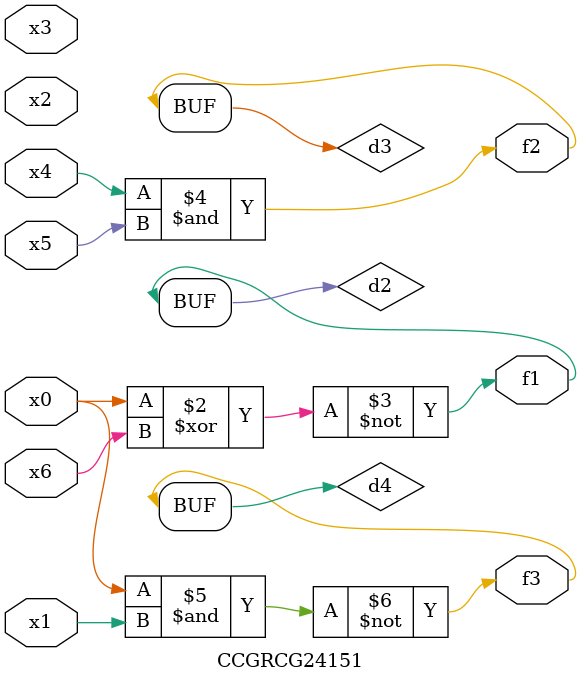
<source format=v>
module CCGRCG24151(
	input x0, x1, x2, x3, x4, x5, x6,
	output f1, f2, f3
);

	wire d1, d2, d3, d4;

	nor (d1, x0);
	xnor (d2, x0, x6);
	and (d3, x4, x5);
	nand (d4, x0, x1);
	assign f1 = d2;
	assign f2 = d3;
	assign f3 = d4;
endmodule

</source>
